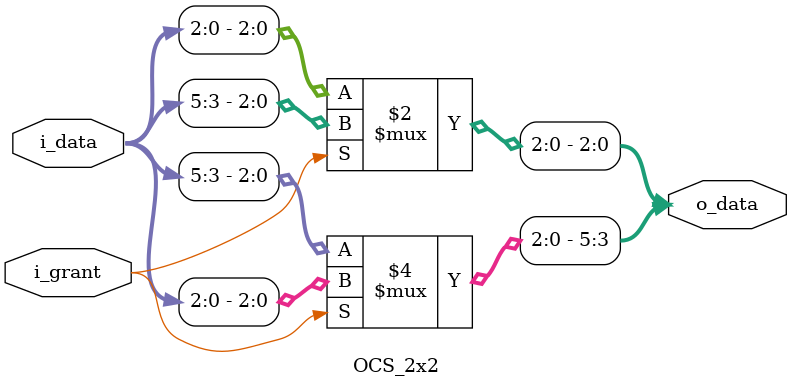
<source format=v>
`timescale 1ns / 1ps


module OCS_2x2#(
    parameter       P_BAR       =   1'b0,
    parameter       P_CROSS     =   1'b1   
)(
    input  [0 :0]   i_grant ,
    input  [5 :0]   i_data  ,
    output [5 :0]   o_data  
);

assign o_data[2:0] = i_grant == P_BAR ? i_data[2:0] : i_data[5:3];
assign o_data[5:3] = i_grant == P_BAR ? i_data[5:3] : i_data[2:0];

endmodule

</source>
